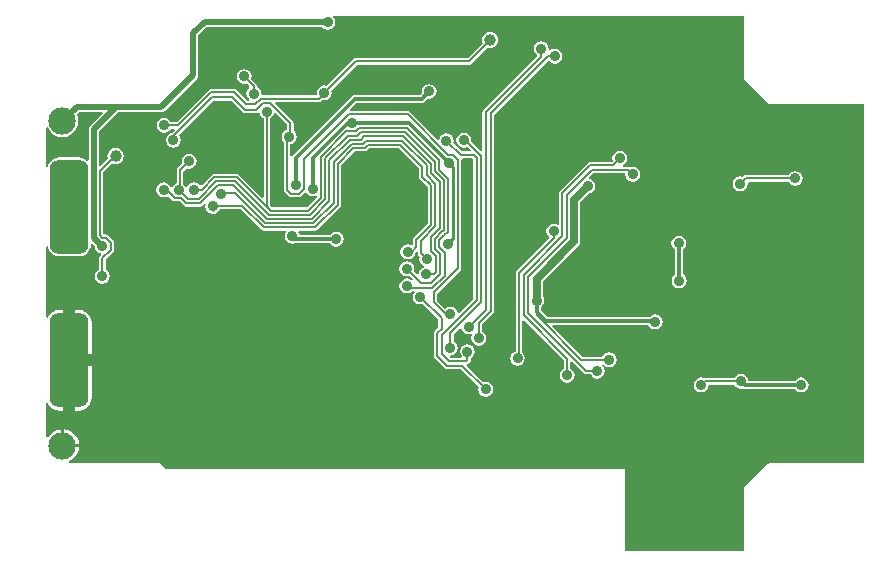
<source format=gbl>
G04 Layer_Physical_Order=2*
G04 Layer_Color=16711680*
%FSLAX25Y25*%
%MOIN*%
G70*
G01*
G75*
%ADD11C,0.01000*%
%ADD93C,0.01900*%
%ADD96C,0.01200*%
%ADD97C,0.00700*%
%ADD100C,0.00800*%
%ADD106C,0.09100*%
G04:AMPARAMS|DCode=107|XSize=86.61mil|YSize=173.23mil|CornerRadius=4.33mil|HoleSize=0mil|Usage=FLASHONLY|Rotation=180.000|XOffset=0mil|YOffset=0mil|HoleType=Round|Shape=RoundedRectangle|*
%AMROUNDEDRECTD107*
21,1,0.08661,0.16457,0,0,180.0*
21,1,0.07795,0.17323,0,0,180.0*
1,1,0.00866,-0.03898,0.08228*
1,1,0.00866,0.03898,0.08228*
1,1,0.00866,0.03898,-0.08228*
1,1,0.00866,-0.03898,-0.08228*
%
%ADD107ROUNDEDRECTD107*%
G04:AMPARAMS|DCode=108|XSize=129.92mil|YSize=314.96mil|CornerRadius=32.48mil|HoleSize=0mil|Usage=FLASHONLY|Rotation=0.000|XOffset=0mil|YOffset=0mil|HoleType=Round|Shape=RoundedRectangle|*
%AMROUNDEDRECTD108*
21,1,0.12992,0.25000,0,0,0.0*
21,1,0.06496,0.31496,0,0,0.0*
1,1,0.06496,0.03248,-0.12500*
1,1,0.06496,-0.03248,-0.12500*
1,1,0.06496,-0.03248,0.12500*
1,1,0.06496,0.03248,0.12500*
%
%ADD108ROUNDEDRECTD108*%
%ADD109C,0.03500*%
%ADD110C,0.03940*%
%ADD111C,0.02559*%
G36*
X19777Y56656D02*
X15656Y52536D01*
X15292Y51990D01*
X15164Y51346D01*
Y41137D01*
X14664Y40983D01*
X13939Y41539D01*
X12979Y41937D01*
X11948Y42073D01*
X5452D01*
X4421Y41937D01*
X3461Y41539D01*
X2636Y40906D01*
X2003Y40082D01*
X1606Y39121D01*
X1571Y38855D01*
X1071Y38888D01*
Y51941D01*
X1571Y52040D01*
X1814Y51452D01*
X2656Y50356D01*
X3752Y49514D01*
X5029Y48985D01*
X6400Y48805D01*
X7771Y48985D01*
X9048Y49514D01*
X10144Y50356D01*
X10986Y51452D01*
X11515Y52729D01*
X11695Y54100D01*
X11515Y55471D01*
X11115Y56436D01*
X11797Y57118D01*
X19585D01*
X19777Y56656D01*
D02*
G37*
G36*
X233429Y68600D02*
X233511Y68190D01*
X233743Y67843D01*
X241543Y60043D01*
X241543Y60043D01*
X241890Y59811D01*
X242300Y59729D01*
X242300Y59729D01*
X273729D01*
Y-59729D01*
X242300D01*
X242300Y-59729D01*
X241890Y-59811D01*
X241543Y-60043D01*
X241543Y-60043D01*
X233743Y-67843D01*
X233511Y-68190D01*
X233429Y-68600D01*
Y-89229D01*
X194000D01*
Y-61900D01*
X41014D01*
X39157Y-60043D01*
X38810Y-59811D01*
X38400Y-59729D01*
X8619D01*
X8519Y-59229D01*
X9199Y-58948D01*
X10358Y-58058D01*
X11248Y-56899D01*
X11807Y-55549D01*
X11932Y-54600D01*
X6400D01*
Y-54100D01*
X5900D01*
Y-48568D01*
X4951Y-48693D01*
X3601Y-49252D01*
X2442Y-50142D01*
X1571Y-51277D01*
X1540Y-51279D01*
X1071Y-51016D01*
Y-39920D01*
X1571Y-39821D01*
X1741Y-40233D01*
X2422Y-41120D01*
X3310Y-41801D01*
X4343Y-42229D01*
X5452Y-42375D01*
X6700D01*
Y-25591D01*
Y-8806D01*
X5452D01*
X4343Y-8952D01*
X3310Y-9380D01*
X2422Y-10061D01*
X1741Y-10948D01*
X1571Y-11360D01*
X1071Y-11261D01*
Y0D01*
Y12293D01*
X1571Y12326D01*
X1606Y12060D01*
X2003Y11100D01*
X2636Y10275D01*
X3461Y9642D01*
X4421Y9244D01*
X5452Y9109D01*
X11948D01*
X12979Y9244D01*
X13939Y9642D01*
X14764Y10275D01*
X15397Y11100D01*
X15794Y12060D01*
X15929Y13084D01*
X16074Y13197D01*
X16392Y13329D01*
X17222Y12499D01*
X17202Y12400D01*
X17392Y11444D01*
X17934Y10634D01*
X18744Y10092D01*
X19135Y10014D01*
X19280Y9536D01*
X18907Y9163D01*
X18664Y8799D01*
X18578Y8370D01*
X18578Y8370D01*
Y4597D01*
X17934Y4166D01*
X17392Y3356D01*
X17202Y2400D01*
X17392Y1444D01*
X17934Y634D01*
X18744Y92D01*
X19700Y-98D01*
X20656Y92D01*
X21466Y634D01*
X22008Y1444D01*
X22198Y2400D01*
X22008Y3356D01*
X21466Y4166D01*
X20821Y4597D01*
Y7905D01*
X23343Y10426D01*
X23343Y10426D01*
X23586Y10790D01*
X23672Y11220D01*
X23672Y11220D01*
Y13580D01*
X23672Y13580D01*
X23586Y14010D01*
X23343Y14374D01*
X21674Y16043D01*
X21310Y16286D01*
X20880Y16372D01*
X20880Y16372D01*
X20214D01*
X20018Y16568D01*
Y37031D01*
X23037Y40051D01*
X23403Y39899D01*
X24100Y39807D01*
X24797Y39899D01*
X25447Y40168D01*
X26004Y40596D01*
X26432Y41153D01*
X26701Y41803D01*
X26793Y42500D01*
X26701Y43197D01*
X26432Y43846D01*
X26004Y44404D01*
X25447Y44832D01*
X24797Y45101D01*
X24100Y45193D01*
X23403Y45101D01*
X22753Y44832D01*
X22196Y44404D01*
X21768Y43846D01*
X21499Y43197D01*
X21407Y42500D01*
X21499Y41803D01*
X21533Y41719D01*
X18990Y39176D01*
X18528Y39368D01*
Y50649D01*
X24997Y57118D01*
X39392D01*
X40036Y57246D01*
X40581Y57610D01*
X51190Y68219D01*
X51554Y68765D01*
X51682Y69408D01*
Y82703D01*
X54597Y85618D01*
X92777D01*
X93034Y85234D01*
X93844Y84692D01*
X94800Y84502D01*
X95756Y84692D01*
X96566Y85234D01*
X97108Y86044D01*
X97298Y87000D01*
X97108Y87956D01*
X96591Y88729D01*
X96699Y89202D01*
X96707Y89229D01*
X233429D01*
Y68600D01*
D02*
G37*
%LPC*%
G36*
X16233Y-27591D02*
X10700D01*
Y-42375D01*
X11948D01*
X13057Y-42229D01*
X14090Y-41801D01*
X14978Y-41120D01*
X15659Y-40233D01*
X16087Y-39200D01*
X16233Y-38091D01*
Y-27591D01*
D02*
G37*
G36*
X211900Y15898D02*
X210944Y15708D01*
X210134Y15166D01*
X209592Y14356D01*
X209402Y13400D01*
X209592Y12444D01*
X210134Y11634D01*
X210575Y11339D01*
Y2894D01*
X210234Y2666D01*
X209692Y1856D01*
X209502Y900D01*
X209692Y-56D01*
X210234Y-866D01*
X211044Y-1408D01*
X212000Y-1598D01*
X212956Y-1408D01*
X213766Y-866D01*
X214308Y-56D01*
X214498Y900D01*
X214308Y1856D01*
X213766Y2666D01*
X213226Y3028D01*
Y11339D01*
X213666Y11634D01*
X214208Y12444D01*
X214398Y13400D01*
X214208Y14356D01*
X213666Y15166D01*
X212856Y15708D01*
X211900Y15898D01*
D02*
G37*
G36*
X232600Y-30102D02*
X231644Y-30292D01*
X230834Y-30834D01*
X230403Y-31478D01*
X220500D01*
X220500Y-31478D01*
X220296Y-31519D01*
X220256Y-31492D01*
X219300Y-31302D01*
X218344Y-31492D01*
X217534Y-32034D01*
X216992Y-32844D01*
X216802Y-33800D01*
X216992Y-34756D01*
X217534Y-35566D01*
X218344Y-36108D01*
X219300Y-36298D01*
X220256Y-36108D01*
X221066Y-35566D01*
X221608Y-34756D01*
X221798Y-33800D01*
X221862Y-33722D01*
X230403D01*
X230834Y-34366D01*
X231644Y-34908D01*
X232600Y-35098D01*
X233219Y-34975D01*
X233293Y-35025D01*
X233800Y-35125D01*
X250539D01*
X250834Y-35566D01*
X251644Y-36108D01*
X252600Y-36298D01*
X253556Y-36108D01*
X254366Y-35566D01*
X254908Y-34756D01*
X255098Y-33800D01*
X254908Y-32844D01*
X254366Y-32034D01*
X253556Y-31492D01*
X252600Y-31302D01*
X251644Y-31492D01*
X250834Y-32034D01*
X250539Y-32474D01*
X235073D01*
X234908Y-31644D01*
X234366Y-30834D01*
X233556Y-30292D01*
X232600Y-30102D01*
D02*
G37*
G36*
X11948Y-8806D02*
X10700D01*
Y-23591D01*
X16233D01*
Y-13091D01*
X16087Y-11982D01*
X15659Y-10948D01*
X14978Y-10061D01*
X14090Y-9380D01*
X13057Y-8952D01*
X11948Y-8806D01*
D02*
G37*
G36*
X250671Y37498D02*
X249715Y37308D01*
X248905Y36766D01*
X248474Y36122D01*
X234100D01*
X234100Y36122D01*
X233671Y36036D01*
X233307Y35793D01*
X233307Y35793D01*
X233094Y35580D01*
X232334Y35732D01*
X231378Y35541D01*
X230567Y35000D01*
X230026Y34190D01*
X229836Y33234D01*
X230026Y32278D01*
X230567Y31467D01*
X231378Y30926D01*
X232334Y30736D01*
X233290Y30926D01*
X234100Y31467D01*
X234642Y32278D01*
X234832Y33234D01*
X234780Y33492D01*
X235098Y33878D01*
X248474D01*
X248905Y33234D01*
X249715Y32692D01*
X250671Y32502D01*
X251627Y32692D01*
X252438Y33234D01*
X252979Y34044D01*
X253169Y35000D01*
X252979Y35956D01*
X252438Y36766D01*
X251627Y37308D01*
X250671Y37498D01*
D02*
G37*
G36*
X149000Y83793D02*
X148303Y83701D01*
X147653Y83432D01*
X147096Y83004D01*
X146668Y82446D01*
X146399Y81797D01*
X146307Y81100D01*
X146399Y80403D01*
X146492Y80178D01*
X141435Y75122D01*
X104200D01*
X103771Y75036D01*
X103407Y74793D01*
X103407Y74793D01*
X94461Y65847D01*
X93700Y65998D01*
X92744Y65808D01*
X91934Y65266D01*
X91392Y64456D01*
X91202Y63500D01*
X91270Y63158D01*
X90953Y62772D01*
X73103D01*
X72692Y63269D01*
X72698Y63300D01*
X72508Y64256D01*
X71966Y65066D01*
X71271Y65531D01*
Y65800D01*
X71189Y66210D01*
X70957Y66557D01*
X70957Y66557D01*
X69335Y68179D01*
X69498Y69000D01*
X69308Y69956D01*
X68766Y70766D01*
X67956Y71308D01*
X67000Y71498D01*
X66044Y71308D01*
X65234Y70766D01*
X64692Y69956D01*
X64502Y69000D01*
X64692Y68044D01*
X65234Y67234D01*
X66044Y66692D01*
X67000Y66502D01*
X67821Y66665D01*
X68746Y65740D01*
X68697Y65242D01*
X68434Y65066D01*
X67892Y64256D01*
X67702Y63300D01*
X67892Y62344D01*
X68434Y61534D01*
X68565Y61446D01*
X68443Y60926D01*
X68129Y60885D01*
X64521Y64493D01*
X64157Y64736D01*
X63728Y64822D01*
X63728Y64822D01*
X55900D01*
X55900Y64822D01*
X55471Y64736D01*
X55107Y64493D01*
X44435Y53822D01*
X42497D01*
X42066Y54466D01*
X41256Y55008D01*
X40300Y55198D01*
X39344Y55008D01*
X38534Y54466D01*
X37992Y53656D01*
X37802Y52700D01*
X37992Y51744D01*
X38534Y50934D01*
X39344Y50392D01*
X40300Y50202D01*
X41256Y50392D01*
X42066Y50934D01*
X42497Y51578D01*
X43660D01*
X43852Y51117D01*
X42817Y50082D01*
X42444Y50008D01*
X41634Y49466D01*
X41092Y48656D01*
X40902Y47700D01*
X41092Y46744D01*
X41634Y45934D01*
X42444Y45392D01*
X43400Y45202D01*
X44356Y45392D01*
X45166Y45934D01*
X45708Y46744D01*
X45898Y47700D01*
X45708Y48656D01*
X45249Y49342D01*
X56886Y60978D01*
X62601D01*
X66472Y57107D01*
X66472Y57107D01*
X66836Y56864D01*
X67265Y56778D01*
X67265Y56778D01*
X71069D01*
X71070Y56778D01*
X71499Y56864D01*
X71570Y56911D01*
X72125Y56681D01*
X72192Y56344D01*
X72734Y55534D01*
X73429Y55069D01*
Y28818D01*
X72967Y28626D01*
X65337Y36257D01*
X64990Y36489D01*
X64580Y36571D01*
X57081D01*
X57080Y36571D01*
X56671Y36489D01*
X56323Y36257D01*
X52794Y32728D01*
X52150Y32791D01*
X51966Y33066D01*
X51156Y33608D01*
X50200Y33798D01*
X49244Y33608D01*
X48434Y33066D01*
X47944Y32334D01*
X47941Y32333D01*
X47595Y32296D01*
X47396Y32324D01*
X46966Y32966D01*
X46571Y33231D01*
Y37257D01*
X47779Y38465D01*
X48600Y38302D01*
X49556Y38492D01*
X50366Y39034D01*
X50908Y39844D01*
X51098Y40800D01*
X50908Y41756D01*
X50366Y42566D01*
X49556Y43108D01*
X48600Y43298D01*
X47644Y43108D01*
X46834Y42566D01*
X46292Y41756D01*
X46102Y40800D01*
X46265Y39979D01*
X44743Y38457D01*
X44511Y38110D01*
X44429Y37700D01*
Y33545D01*
X44244Y33508D01*
X43434Y32966D01*
X42912Y32185D01*
X42679Y32156D01*
X42621D01*
X42388Y32185D01*
X41866Y32966D01*
X41056Y33508D01*
X40100Y33698D01*
X39144Y33508D01*
X38334Y32966D01*
X37792Y32156D01*
X37602Y31200D01*
X37792Y30244D01*
X38334Y29434D01*
X39144Y28892D01*
X40100Y28702D01*
X41056Y28892D01*
X41642Y29284D01*
X43283Y27643D01*
X43630Y27411D01*
X44040Y27329D01*
X44040Y27329D01*
X45557D01*
X46943Y25943D01*
X47290Y25711D01*
X47700Y25629D01*
X52240D01*
X52650Y25711D01*
X52997Y25943D01*
X53675Y26621D01*
X54136Y26375D01*
X54002Y25700D01*
X54192Y24744D01*
X54734Y23934D01*
X55544Y23392D01*
X56292Y23243D01*
X56490Y23111D01*
X56900Y23029D01*
X57310Y23111D01*
X57657Y23343D01*
X57879Y23674D01*
X58266Y23934D01*
X58808Y24744D01*
X58821Y24810D01*
X65837D01*
X72703Y17943D01*
X73051Y17711D01*
X73460Y17629D01*
X80791D01*
X81059Y17129D01*
X80742Y16656D01*
X80552Y15700D01*
X80742Y14744D01*
X81284Y13934D01*
X82094Y13392D01*
X83050Y13202D01*
X84006Y13392D01*
X84129Y13475D01*
X95639D01*
X95934Y13034D01*
X96744Y12492D01*
X97700Y12302D01*
X98656Y12492D01*
X99466Y13034D01*
X100008Y13844D01*
X100198Y14800D01*
X100008Y15756D01*
X99466Y16566D01*
X98656Y17108D01*
X97700Y17298D01*
X96744Y17108D01*
X95934Y16566D01*
X95639Y16126D01*
X85463D01*
X85358Y16656D01*
X85041Y17129D01*
X85309Y17629D01*
X90620D01*
X91029Y17711D01*
X91377Y17943D01*
X98957Y25523D01*
X99189Y25871D01*
X99271Y26280D01*
Y39503D01*
X103797Y44029D01*
X107150D01*
X107560Y44111D01*
X107907Y44343D01*
X108743Y45179D01*
X118449D01*
X125329Y38299D01*
Y35580D01*
X125411Y35171D01*
X125643Y34823D01*
X128229Y32237D01*
Y20023D01*
X123543Y15336D01*
X123311Y14989D01*
X123229Y14579D01*
Y12892D01*
X122729Y12625D01*
X122456Y12808D01*
X121500Y12998D01*
X120544Y12808D01*
X119734Y12266D01*
X119192Y11456D01*
X119002Y10500D01*
X119192Y9544D01*
X119734Y8734D01*
X120544Y8192D01*
X121500Y8002D01*
X122456Y8192D01*
X123266Y8734D01*
X123808Y9544D01*
X123919Y10106D01*
X124468Y10654D01*
X124929Y10462D01*
Y10000D01*
X125011Y9590D01*
X125243Y9243D01*
X125565Y8921D01*
X125402Y8100D01*
X125592Y7144D01*
X126134Y6334D01*
X126846Y5858D01*
X126831Y5453D01*
X126793Y5337D01*
X126644Y5308D01*
X125834Y4766D01*
X125292Y3956D01*
X125138Y3183D01*
X124635Y2979D01*
X123535Y4079D01*
X123698Y4900D01*
X123508Y5856D01*
X122966Y6666D01*
X122156Y7208D01*
X121200Y7398D01*
X120244Y7208D01*
X119434Y6666D01*
X118892Y5856D01*
X118702Y4900D01*
X118892Y3944D01*
X119434Y3134D01*
X120244Y2592D01*
X121200Y2402D01*
X122021Y2565D01*
X123108Y1478D01*
X123121Y1461D01*
X122804Y1075D01*
X122724Y1128D01*
X122156Y1508D01*
X121200Y1698D01*
X120244Y1508D01*
X119434Y966D01*
X118892Y156D01*
X118702Y-800D01*
X118892Y-1756D01*
X119434Y-2566D01*
X120244Y-3108D01*
X121200Y-3298D01*
X122156Y-3108D01*
X122966Y-2566D01*
X123030Y-2471D01*
X123508D01*
X123775Y-2971D01*
X123392Y-3544D01*
X123202Y-4500D01*
X123392Y-5456D01*
X123934Y-6266D01*
X124744Y-6808D01*
X125700Y-6998D01*
X126461Y-6847D01*
X131728Y-12115D01*
Y-14612D01*
X130557Y-15784D01*
X130314Y-16148D01*
X130228Y-16577D01*
X130228Y-16577D01*
Y-24250D01*
X130228Y-24250D01*
X130314Y-24679D01*
X130557Y-25043D01*
X133807Y-28293D01*
X133807Y-28293D01*
X134171Y-28536D01*
X134600Y-28622D01*
X139242D01*
X145153Y-34533D01*
X145002Y-35293D01*
X145192Y-36249D01*
X145734Y-37060D01*
X146544Y-37601D01*
X147500Y-37791D01*
X148456Y-37601D01*
X149266Y-37060D01*
X149808Y-36249D01*
X149998Y-35293D01*
X149808Y-34337D01*
X149266Y-33527D01*
X148456Y-32985D01*
X147500Y-32795D01*
X146739Y-32947D01*
X141237Y-27444D01*
X141402Y-26902D01*
X141479Y-26886D01*
X141843Y-26643D01*
X142193Y-26293D01*
X142193Y-26293D01*
X142436Y-25929D01*
X142522Y-25500D01*
Y-24897D01*
X143166Y-24466D01*
X143708Y-23656D01*
X143898Y-22700D01*
X143708Y-21744D01*
X143166Y-20934D01*
X142356Y-20392D01*
X141400Y-20202D01*
X140444Y-20392D01*
X139634Y-20934D01*
X139092Y-21744D01*
X138902Y-22700D01*
X139092Y-23656D01*
X139475Y-24228D01*
X139207Y-24728D01*
X135779D01*
X135589Y-24486D01*
X135637Y-24276D01*
X135788Y-23981D01*
X136656Y-23808D01*
X137466Y-23266D01*
X138008Y-22456D01*
X138198Y-21500D01*
X138008Y-20544D01*
X137466Y-19734D01*
X136822Y-19303D01*
Y-16934D01*
X138936Y-14820D01*
X139414Y-14965D01*
X139492Y-15356D01*
X140034Y-16166D01*
X140844Y-16708D01*
X141800Y-16898D01*
X142710Y-16717D01*
X142833Y-16817D01*
X143044Y-17117D01*
X142892Y-17344D01*
X142702Y-18300D01*
X142892Y-19256D01*
X143434Y-20066D01*
X144244Y-20608D01*
X145200Y-20798D01*
X146156Y-20608D01*
X146966Y-20066D01*
X147508Y-19256D01*
X147698Y-18300D01*
X147508Y-17344D01*
X146966Y-16534D01*
X146322Y-16103D01*
Y-13634D01*
X149993Y-9963D01*
X149993Y-9963D01*
X150236Y-9599D01*
X150322Y-9170D01*
Y56235D01*
X168209Y74123D01*
X168707Y74074D01*
X168734Y74034D01*
X169544Y73492D01*
X170500Y73302D01*
X171456Y73492D01*
X172266Y74034D01*
X172808Y74844D01*
X172998Y75800D01*
X172808Y76756D01*
X172266Y77566D01*
X171456Y78108D01*
X170500Y78298D01*
X169544Y78108D01*
X168881Y77665D01*
X168426Y77937D01*
X168498Y78300D01*
X168308Y79256D01*
X167766Y80066D01*
X166956Y80608D01*
X166000Y80798D01*
X165044Y80608D01*
X164234Y80066D01*
X163692Y79256D01*
X163502Y78300D01*
X163692Y77344D01*
X164234Y76534D01*
X164465Y76379D01*
X164528Y75735D01*
X146707Y57914D01*
X146464Y57551D01*
X146378Y57121D01*
X146378Y57121D01*
Y44382D01*
X145916Y44191D01*
X142633Y47474D01*
X142698Y47800D01*
X142508Y48756D01*
X141966Y49566D01*
X141156Y50108D01*
X140200Y50298D01*
X139244Y50108D01*
X138434Y49566D01*
X137892Y48756D01*
X137702Y47800D01*
X137892Y46844D01*
X138434Y46034D01*
X139244Y45492D01*
X140200Y45302D01*
X141156Y45492D01*
X141328Y45607D01*
X142452Y44484D01*
X142260Y44022D01*
X139565D01*
X136747Y46839D01*
X136898Y47600D01*
X136708Y48556D01*
X136166Y49366D01*
X135356Y49908D01*
X134400Y50098D01*
X133444Y49908D01*
X132634Y49366D01*
X132092Y48556D01*
X132000Y48093D01*
X131457Y47929D01*
X122243Y57143D01*
X121879Y57386D01*
X121450Y57472D01*
X121450Y57472D01*
X102353D01*
X102146Y57972D01*
X104392Y60218D01*
X126143D01*
X126651Y60319D01*
X127081Y60606D01*
X128080Y61605D01*
X128600Y61502D01*
X129556Y61692D01*
X130366Y62234D01*
X130908Y63044D01*
X131098Y64000D01*
X130908Y64956D01*
X130366Y65766D01*
X129556Y66308D01*
X128600Y66498D01*
X127644Y66308D01*
X126834Y65766D01*
X126292Y64956D01*
X126102Y64000D01*
X126205Y63480D01*
X125594Y62869D01*
X103843D01*
X103336Y62768D01*
X102906Y62481D01*
X83163Y42737D01*
X82875Y42307D01*
X82872Y42288D01*
X82372Y42337D01*
Y46476D01*
X82956Y46592D01*
X83766Y47134D01*
X84308Y47944D01*
X84498Y48900D01*
X84308Y49856D01*
X83766Y50666D01*
X83452Y50876D01*
Y53500D01*
X83452Y53500D01*
X83367Y53929D01*
X83124Y54293D01*
X77350Y60066D01*
X77542Y60528D01*
X91850D01*
X91850Y60528D01*
X92279Y60614D01*
X92643Y60857D01*
X92939Y61153D01*
X93700Y61002D01*
X94656Y61192D01*
X95466Y61734D01*
X96008Y62544D01*
X96198Y63500D01*
X96047Y64261D01*
X104665Y72878D01*
X141900D01*
X141900Y72878D01*
X142329Y72964D01*
X142693Y73207D01*
X148078Y78592D01*
X148303Y78499D01*
X149000Y78407D01*
X149697Y78499D01*
X150347Y78768D01*
X150904Y79196D01*
X151332Y79754D01*
X151601Y80403D01*
X151693Y81100D01*
X151601Y81797D01*
X151332Y82446D01*
X150904Y83004D01*
X150347Y83432D01*
X149697Y83701D01*
X149000Y83793D01*
D02*
G37*
G36*
X6900Y-48568D02*
Y-53600D01*
X11932D01*
X11807Y-52651D01*
X11248Y-51301D01*
X10358Y-50142D01*
X9199Y-49252D01*
X7849Y-48693D01*
X6900Y-48568D01*
D02*
G37*
G36*
X192200Y44198D02*
X191244Y44008D01*
X190434Y43466D01*
X189892Y42656D01*
X189702Y41700D01*
X189853Y40939D01*
X189435Y40522D01*
X182248D01*
X181819Y40436D01*
X181455Y40193D01*
X181455Y40193D01*
X172227Y30965D01*
X171984Y30602D01*
X171899Y30172D01*
X171899Y30172D01*
Y19742D01*
X171458Y19506D01*
X171156Y19708D01*
X170200Y19898D01*
X169244Y19708D01*
X168434Y19166D01*
X167892Y18356D01*
X167702Y17400D01*
X167892Y16444D01*
X168434Y15634D01*
X168508Y15584D01*
X168557Y15086D01*
X157807Y4336D01*
X157564Y3972D01*
X157478Y3543D01*
X157478Y3543D01*
Y-22626D01*
X157144Y-22692D01*
X156334Y-23234D01*
X155792Y-24044D01*
X155602Y-25000D01*
X155792Y-25956D01*
X156334Y-26766D01*
X157144Y-27308D01*
X158100Y-27498D01*
X159056Y-27308D01*
X159866Y-26766D01*
X160408Y-25956D01*
X160598Y-25000D01*
X160408Y-24044D01*
X159866Y-23234D01*
X159722Y-23137D01*
Y-12376D01*
X160184Y-12184D01*
X173509Y-25510D01*
Y-28353D01*
X172864Y-28784D01*
X172322Y-29594D01*
X172132Y-30550D01*
X172322Y-31506D01*
X172864Y-32316D01*
X173674Y-32858D01*
X174630Y-33048D01*
X175586Y-32858D01*
X176397Y-32316D01*
X176938Y-31506D01*
X177128Y-30550D01*
X176938Y-29594D01*
X176397Y-28784D01*
X175752Y-28353D01*
Y-26285D01*
X176214Y-26093D01*
X180113Y-29993D01*
X180114Y-29993D01*
X180477Y-30236D01*
X180907Y-30322D01*
X182503D01*
X182934Y-30966D01*
X183744Y-31508D01*
X184700Y-31698D01*
X185656Y-31508D01*
X186466Y-30966D01*
X187008Y-30156D01*
X187198Y-29200D01*
X187008Y-28244D01*
X186466Y-27434D01*
X186287Y-27314D01*
X186426Y-26805D01*
X186682Y-26790D01*
X186934Y-27166D01*
X187744Y-27708D01*
X188700Y-27898D01*
X189656Y-27708D01*
X190466Y-27166D01*
X191008Y-26356D01*
X191198Y-25400D01*
X191008Y-24444D01*
X190466Y-23634D01*
X189656Y-23092D01*
X188700Y-22902D01*
X187744Y-23092D01*
X186934Y-23634D01*
X186412Y-24415D01*
X179829D01*
X169702Y-14287D01*
X169893Y-13826D01*
X201739D01*
X202234Y-14566D01*
X203044Y-15108D01*
X204000Y-15298D01*
X204956Y-15108D01*
X205766Y-14566D01*
X206308Y-13756D01*
X206498Y-12800D01*
X206308Y-11844D01*
X205766Y-11034D01*
X204956Y-10492D01*
X204000Y-10302D01*
X203044Y-10492D01*
X202234Y-11034D01*
X202139Y-11174D01*
X168121D01*
X165825Y-8879D01*
Y-7761D01*
X166266Y-7466D01*
X166808Y-6656D01*
X166998Y-5700D01*
X166808Y-4744D01*
X166518Y-4311D01*
Y764D01*
X178357Y12602D01*
X178794Y13257D01*
X178948Y14029D01*
Y20188D01*
X178918Y20336D01*
Y27064D01*
X181945Y30090D01*
X182456Y30192D01*
X183266Y30734D01*
X183808Y31544D01*
X183998Y32500D01*
X183808Y33456D01*
X183266Y34266D01*
X182456Y34808D01*
X182065Y34886D01*
X181920Y35364D01*
X183249Y36694D01*
X193761D01*
X194002Y36400D01*
X194192Y35444D01*
X194734Y34634D01*
X195544Y34092D01*
X196500Y33902D01*
X197456Y34092D01*
X198266Y34634D01*
X198808Y35444D01*
X198998Y36400D01*
X198808Y37356D01*
X198266Y38166D01*
X197456Y38708D01*
X196500Y38898D01*
X195686Y38736D01*
X195514Y38851D01*
X195085Y38937D01*
X195085Y38937D01*
X193306D01*
X193229Y39170D01*
X193223Y39437D01*
X193966Y39934D01*
X194508Y40744D01*
X194698Y41700D01*
X194508Y42656D01*
X193966Y43466D01*
X193156Y44008D01*
X192200Y44198D01*
D02*
G37*
%LPD*%
G36*
X81209Y53035D02*
Y51241D01*
X81044Y51208D01*
X80234Y50666D01*
X79692Y49856D01*
X79502Y48900D01*
X79692Y47944D01*
X80128Y47291D01*
Y31319D01*
X80128Y31319D01*
X80214Y30890D01*
X80457Y30526D01*
X81926Y29057D01*
X81926Y29057D01*
X82290Y28814D01*
X82719Y28728D01*
X82720Y28728D01*
X85280D01*
X85281Y28728D01*
X85710Y28814D01*
X86074Y29057D01*
X87281Y30264D01*
X87779Y30215D01*
X88034Y29834D01*
X88844Y29292D01*
X89800Y29102D01*
X90756Y29292D01*
X90762Y29296D01*
X91295Y29051D01*
X91321Y28835D01*
X87857Y25371D01*
X76223D01*
X75915Y25679D01*
X75889Y25810D01*
X75657Y26157D01*
X75571Y26243D01*
Y55069D01*
X76266Y55534D01*
X76808Y56344D01*
X76886Y56735D01*
X77364Y56880D01*
X81209Y53035D01*
D02*
G37*
G36*
X143378Y41435D02*
Y-5084D01*
X138634Y-9828D01*
X138091Y-9664D01*
X138008Y-9244D01*
X137466Y-8434D01*
X136656Y-7892D01*
X135700Y-7702D01*
X134744Y-7892D01*
X133985Y-8399D01*
X131422Y-5835D01*
Y-3365D01*
X139093Y4307D01*
X139093Y4307D01*
X139336Y4671D01*
X139422Y5100D01*
X139422Y5100D01*
Y41200D01*
X139406Y41278D01*
X139792Y41778D01*
X143035D01*
X143378Y41435D01*
D02*
G37*
D11*
X135300Y40000D02*
X136600Y38700D01*
Y14900D02*
Y38700D01*
D93*
X53900Y87300D02*
X94800D01*
X16846Y15254D02*
X19700Y12400D01*
X16846Y15254D02*
Y51346D01*
X50000Y83400D02*
X53900Y87300D01*
X50000Y69408D02*
Y83400D01*
X16846Y51346D02*
X24300Y58800D01*
X6400Y54100D02*
X11100Y58800D01*
X24300D01*
X39392D02*
X50000Y69408D01*
X24300Y58800D02*
X39392D01*
D96*
X167572Y-12500D02*
X204000D01*
X84100Y32700D02*
Y41800D01*
X89800Y31600D02*
Y41800D01*
X211900Y900D02*
Y13400D01*
X126143Y61543D02*
X128600Y64000D01*
X164500Y-9428D02*
X167572Y-12500D01*
X164500Y-9428D02*
Y-5700D01*
X84100Y41800D02*
X103843Y61543D01*
X135300Y40000D02*
Y40096D01*
X121896Y53500D02*
X135300Y40096D01*
X103000Y53500D02*
X121896D01*
X103843Y61543D02*
X126143D01*
X134900Y13200D02*
X136600Y14900D01*
X232600Y-32600D02*
X233800Y-33800D01*
X252600D01*
X101500Y53500D02*
X103000D01*
X89800Y41800D02*
X101500Y53500D01*
X83100Y14800D02*
X97700D01*
X134800Y13200D02*
X134900D01*
D97*
X45500Y31500D02*
Y37700D01*
X48600Y40800D01*
X88300Y24300D02*
X92600Y28600D01*
X75780Y24300D02*
X88300D01*
X75200Y22900D02*
X88880D01*
X73460Y18700D02*
X90620D01*
X66280Y25880D02*
X73460Y18700D01*
X92600Y28600D02*
Y42266D01*
X94000Y28020D02*
Y41686D01*
X95400Y27440D02*
Y41106D01*
X96800Y26860D02*
Y40527D01*
X98200Y26280D02*
Y39947D01*
X74620Y21500D02*
X89460D01*
X74040Y20100D02*
X90040D01*
X90620Y18700D02*
X98200Y26280D01*
X90040Y20100D02*
X96800Y26860D01*
X89460Y21500D02*
X95400Y27440D01*
X88880Y22900D02*
X94000Y28020D01*
X122800Y10500D02*
X124300Y12000D01*
X121500Y10500D02*
X122800D01*
X129270Y100D02*
X132400Y3230D01*
X126000Y100D02*
X129270D01*
X133800Y2651D02*
Y10240D01*
X133740Y16000D02*
X134950Y17210D01*
X129749Y-1400D02*
X133800Y2651D01*
X133160Y17400D02*
X133550Y17790D01*
X70200Y63300D02*
Y65800D01*
X67000Y69000D02*
X70200Y65800D01*
X98200Y39947D02*
X103353Y45100D01*
X96800Y40527D02*
X102773Y46500D01*
X95400Y41106D02*
X102194Y47900D01*
X94000Y41686D02*
X101614Y49300D01*
X92600Y42266D02*
X101034Y50700D01*
X130100Y3000D02*
X131000Y3900D01*
X127600Y3000D02*
X130100D01*
X132000Y37900D02*
Y41062D01*
X121212Y51850D02*
X132000Y41062D01*
X130600Y37320D02*
Y40483D01*
X129200Y36740D02*
Y39903D01*
X120053Y49050D02*
X129200Y39903D01*
X127800Y36160D02*
Y39323D01*
X119473Y47650D02*
X127800Y39323D01*
X126400Y35580D02*
Y38743D01*
X118893Y46250D02*
X126400Y38743D01*
X132000Y37900D02*
X134950Y34950D01*
X130600Y37320D02*
X133550Y34370D01*
X129200Y36740D02*
X132150Y33790D01*
X127800Y36160D02*
X130750Y33210D01*
X126400Y35580D02*
X129300Y32680D01*
X134950Y17210D02*
Y34950D01*
X133550Y17790D02*
Y34370D01*
X108300Y46250D02*
X118893D01*
X107580Y47650D02*
X119473D01*
X107000Y49050D02*
X120053D01*
X105310Y51850D02*
X121212D01*
X121800Y-1400D02*
X129749D01*
X121200Y-800D02*
X121800Y-1400D01*
X104160Y50700D02*
X105310Y51850D01*
X101034Y50700D02*
X104160D01*
X101614Y49300D02*
X104740D01*
X105850Y47900D02*
X107000Y49050D01*
X102194Y47900D02*
X105850D01*
X106430Y46500D02*
X107580Y47650D01*
X102773Y46500D02*
X106430D01*
X107150Y45100D02*
X108300Y46250D01*
X103353Y45100D02*
X107150D01*
X57080Y35500D02*
X64580D01*
X52880Y31300D02*
X57080Y35500D01*
X58240Y32700D02*
X63420D01*
X74620Y21500D01*
X64000Y34100D02*
X75200Y22900D01*
X64580Y35500D02*
X75780Y24300D01*
X56900Y25880D02*
X66280D01*
X57660Y34100D02*
X64000D01*
X48200Y28200D02*
X51760D01*
X57660Y34100D01*
X45200Y31200D02*
X45500Y31500D01*
X50200Y31300D02*
X52880D01*
X45200Y31200D02*
X48200Y28200D01*
X52240Y26700D02*
X58240Y32700D01*
X47700Y26700D02*
X52240D01*
X44040Y28400D02*
X46000D01*
X47700Y26700D01*
X40100Y31200D02*
X41240D01*
X44040Y28400D01*
X56500Y24500D02*
X56900Y24100D01*
X56500Y24500D02*
Y25700D01*
X59625Y30125D02*
X64015D01*
X74040Y20100D01*
X59400Y29900D02*
X59625Y30125D01*
X74500Y25800D02*
X74900Y25400D01*
X74500Y25800D02*
Y57300D01*
X124300Y12000D02*
Y14579D01*
X133060Y17400D02*
X133160D01*
X133640Y16000D02*
X133740D01*
X126000Y10000D02*
Y14299D01*
X124300Y14579D02*
X129300Y19579D01*
Y32680D01*
X130750Y19049D02*
Y33210D01*
X126000Y14299D02*
X130750Y19049D01*
X121200Y4900D02*
X126000Y100D01*
Y10000D02*
X127900Y8100D01*
X131000Y3900D02*
Y9080D01*
X129200Y10880D02*
X131000Y9080D01*
X129200Y10880D02*
Y15520D01*
X132150Y18470D01*
Y33790D01*
X130600Y14940D02*
X133060Y17400D01*
X130600Y11460D02*
Y14940D01*
Y11460D02*
X132400Y9660D01*
Y3230D02*
Y9660D01*
X132000Y12040D02*
X133800Y10240D01*
X132000Y12040D02*
Y14360D01*
X133640Y16000D01*
X120633Y50450D02*
X130600Y40483D01*
X104740Y49300D02*
X105890Y50450D01*
X120633D01*
D100*
X18896Y37496D02*
X24100Y42700D01*
X81250Y48750D02*
X82000Y49500D01*
X141400Y-25500D02*
Y-22700D01*
X135700Y-21500D02*
Y-16469D01*
X132850Y-23450D02*
X135250Y-25850D01*
X132850Y-23450D02*
Y-17198D01*
X131350Y-24250D02*
Y-16577D01*
X141050Y-25850D02*
X141400Y-25500D01*
X131350Y-16577D02*
X132850Y-15077D01*
X131350Y-24250D02*
X134600Y-27500D01*
X132850Y-17198D02*
X144500Y-5548D01*
X135700Y-16469D02*
X146000Y-6169D01*
X135250Y-25850D02*
X141050D01*
X145200Y-18300D02*
Y-13170D01*
X158100Y-25000D02*
X158600Y-24500D01*
Y3543D01*
X18896Y16103D02*
Y37496D01*
Y16103D02*
X19749Y15250D01*
X20880D01*
X22550Y13580D01*
Y11220D02*
Y13580D01*
X19700Y8370D02*
X22550Y11220D01*
X19700Y2400D02*
Y8370D01*
X140200Y47800D02*
X140721D01*
X168300Y75800D02*
X170500D01*
X166000Y75621D02*
Y78300D01*
X86950Y31519D02*
Y41480D01*
X85281Y29850D02*
X86950Y31519D01*
X82719Y29850D02*
X85281D01*
X130300Y-2900D02*
X138300Y5100D01*
Y41200D01*
X63065Y62100D02*
X67265Y57900D01*
X63728Y63700D02*
X67728Y59700D01*
X149200Y56700D02*
X168300Y75800D01*
X147500Y57121D02*
X166000Y75621D01*
X141900Y74000D02*
X149000Y81100D01*
X104200Y74000D02*
X141900D01*
X179364Y-25536D02*
X188564D01*
X174630Y-30550D02*
Y-25045D01*
X189900Y39400D02*
X192200Y41700D01*
X182248Y39400D02*
X189900D01*
X182785Y37815D02*
X195085D01*
X86950Y41480D02*
X101820Y56350D01*
X145200Y-13170D02*
X149200Y-9170D01*
X140721Y47800D02*
X146000Y42521D01*
Y-6169D02*
Y42521D01*
X143500Y42900D02*
X144500Y41900D01*
X134400Y47600D02*
X139100Y42900D01*
X143500D01*
X136650Y42850D02*
X138300Y41200D01*
X134950Y42850D02*
X136650D01*
X121450Y56350D02*
X134950Y42850D01*
X101820Y56350D02*
X121450D01*
X130300Y-6300D02*
Y-2900D01*
Y-6300D02*
X134200Y-10200D01*
X135700D01*
X141800Y-14400D02*
X147500Y-8700D01*
X132850Y-15077D02*
Y-11650D01*
X125700Y-4500D02*
X132850Y-11650D01*
X220500Y-32600D02*
X232600D01*
X219300Y-33800D02*
X220500Y-32600D01*
X232334Y33234D02*
X234100Y35000D01*
X250671D01*
X147500Y-8700D02*
Y57121D01*
X149200Y-9170D02*
Y56700D01*
X81250Y31319D02*
Y48750D01*
X139707Y-27500D02*
X147500Y-35293D01*
X134600Y-27500D02*
X139707D01*
X144500Y-5548D02*
Y41900D01*
X180907Y-29200D02*
X184700D01*
X195085Y37815D02*
X196500Y36400D01*
X164500Y-10672D02*
Y-9428D01*
X160100Y-10515D02*
X174630Y-25045D01*
X161600Y-9893D02*
X180907Y-29200D01*
X164500Y-10672D02*
X179364Y-25536D01*
X81250Y31319D02*
X82719Y29850D01*
X93700Y63500D02*
X104200Y74000D01*
X24100Y42500D02*
Y42700D01*
X82000Y48900D02*
Y49500D01*
Y48900D02*
X82331Y49231D01*
Y53500D01*
X82000Y49500D02*
X82100Y49600D01*
X73320Y60150D02*
X75681D01*
X67728Y59700D02*
X70748D01*
X72698Y61650D01*
X91850D01*
X67265Y57900D02*
X71070D01*
X73320Y60150D01*
X75681D02*
X82331Y53500D01*
X91850Y61650D02*
X93700Y63500D01*
X174521Y29551D02*
X182785Y37815D01*
X161600Y-9893D02*
Y2300D01*
X160100Y-10515D02*
Y2921D01*
X173021Y30172D02*
X182248Y39400D01*
X173021Y18610D02*
X173050Y18580D01*
X173021Y18610D02*
Y30172D01*
X174521Y19231D02*
X174550Y19202D01*
X174521Y19231D02*
Y29551D01*
X174550Y15250D02*
Y19202D01*
X173050Y15871D02*
Y18580D01*
X160100Y2921D02*
X173050Y15871D01*
X161600Y2300D02*
X174550Y15250D01*
X170200Y15143D02*
Y17400D01*
X158600Y3543D02*
X170200Y15143D01*
X55900Y63700D02*
X63728D01*
X56421Y62100D02*
X63065D01*
X43400Y49079D02*
X56421Y62100D01*
X40300Y52700D02*
X44900D01*
X55900Y63700D01*
X43400Y47700D02*
Y49079D01*
D106*
X6400Y54100D02*
D03*
Y-54100D02*
D03*
D107*
X228836Y80513D02*
D03*
X208364D02*
D03*
Y-80513D02*
D03*
X228836D02*
D03*
D108*
X8700Y-25591D02*
D03*
Y25591D02*
D03*
D109*
X141400Y-22700D02*
D03*
X135700Y-21500D02*
D03*
X145200Y-18300D02*
D03*
X152791Y-23010D02*
D03*
X158100Y-25000D02*
D03*
X19700Y2400D02*
D03*
X14500Y54900D02*
D03*
X28700Y40100D02*
D03*
X88000Y74400D02*
D03*
X140200Y47800D02*
D03*
X170500Y75800D02*
D03*
X166000Y78300D02*
D03*
X84100Y32700D02*
D03*
X89800Y31600D02*
D03*
X86300Y27100D02*
D03*
X19700Y12400D02*
D03*
X83050Y15700D02*
D03*
X79600Y27700D02*
D03*
X77700Y15500D02*
D03*
X121500Y10500D02*
D03*
X165300Y18800D02*
D03*
X141400Y29400D02*
D03*
X62000Y69000D02*
D03*
X70200Y63300D02*
D03*
X59200Y46532D02*
D03*
X56416Y49316D02*
D03*
X53632Y52100D02*
D03*
X59200Y52100D02*
D03*
X56416Y54884D02*
D03*
X64768Y52100D02*
D03*
X61984Y54884D02*
D03*
X59200Y57668D02*
D03*
X61984Y49316D02*
D03*
X67000Y69000D02*
D03*
X106200Y69900D02*
D03*
X160300Y60900D02*
D03*
X151000Y70700D02*
D03*
X197800Y71300D02*
D03*
X143700Y81700D02*
D03*
X107400Y79100D02*
D03*
X128600Y64000D02*
D03*
X212000Y900D02*
D03*
X204000Y-12800D02*
D03*
X192200Y41700D02*
D03*
X164500Y-5700D02*
D03*
X88200Y50500D02*
D03*
X135300Y40000D02*
D03*
X134400Y47600D02*
D03*
X127600Y3000D02*
D03*
X152780Y24295D02*
D03*
X134400Y-4000D02*
D03*
X135700Y-10200D02*
D03*
X141800Y-14400D02*
D03*
X121200Y-800D02*
D03*
X125700Y-4500D02*
D03*
X188700Y-25400D02*
D03*
X252600Y-33800D02*
D03*
X250671Y35000D02*
D03*
X232600Y-32600D02*
D03*
X147500Y-35293D02*
D03*
X211900Y13400D02*
D03*
X152800Y617D02*
D03*
X152800Y51200D02*
D03*
X169300Y47300D02*
D03*
X174630Y-30550D02*
D03*
X97700Y14800D02*
D03*
X181031Y51185D02*
D03*
X204661Y51207D02*
D03*
X228275D02*
D03*
X255200Y51100D02*
D03*
X255175Y24348D02*
D03*
X255194Y670D02*
D03*
X255186Y-22957D02*
D03*
X254900Y-51000D02*
D03*
X228268Y-51196D02*
D03*
X204653D02*
D03*
X153000Y-51000D02*
D03*
X181023Y-51218D02*
D03*
X103000Y53500D02*
D03*
X184700Y-29200D02*
D03*
X181500Y32500D02*
D03*
X232334Y33234D02*
D03*
X196500Y36400D02*
D03*
X219300Y-33800D02*
D03*
X213200Y-68400D02*
D03*
X194700Y17000D02*
D03*
X167100Y-31300D02*
D03*
X210100Y-12600D02*
D03*
X199600Y-6500D02*
D03*
X121654Y22575D02*
D03*
Y26905D02*
D03*
Y31236D02*
D03*
Y35567D02*
D03*
X117323D02*
D03*
Y31236D02*
D03*
Y26905D02*
D03*
Y22575D02*
D03*
X112993D02*
D03*
Y26905D02*
D03*
Y31236D02*
D03*
Y35567D02*
D03*
X108662D02*
D03*
Y31236D02*
D03*
Y26905D02*
D03*
Y22575D02*
D03*
X238300Y18700D02*
D03*
X247200Y5500D02*
D03*
X226500Y32100D02*
D03*
X219500D02*
D03*
X213000Y26300D02*
D03*
X200000Y26400D02*
D03*
X213000Y31400D02*
D03*
X206100D02*
D03*
X200000D02*
D03*
X226400Y-400D02*
D03*
X231900Y-2400D02*
D03*
X236800Y-5500D02*
D03*
X238300Y-11000D02*
D03*
X238600Y-17400D02*
D03*
X232000Y-8900D02*
D03*
X224400Y-8400D02*
D03*
X217900Y-8600D02*
D03*
X217800Y-3600D02*
D03*
X250200Y9700D02*
D03*
X253200Y13900D02*
D03*
X249800Y900D02*
D03*
X253600Y-11000D02*
D03*
X234300Y-27200D02*
D03*
X228300Y-28500D02*
D03*
X200000Y-23700D02*
D03*
X212400D02*
D03*
X249900Y-42000D02*
D03*
X246200Y-46000D02*
D03*
X222900Y-60200D02*
D03*
X214200D02*
D03*
X209700Y-63500D02*
D03*
X218700Y-57100D02*
D03*
X219100Y-46100D02*
D03*
X225100Y-46000D02*
D03*
X231100D02*
D03*
X237100Y-46200D02*
D03*
X174600Y-16300D02*
D03*
X222600Y60400D02*
D03*
X219800Y56200D02*
D03*
X215100Y59500D02*
D03*
X233900Y-63800D02*
D03*
X229400Y-67300D02*
D03*
X44100Y-58400D02*
D03*
X50100D02*
D03*
X56100D02*
D03*
X62100D02*
D03*
X68100D02*
D03*
X74100D02*
D03*
X80100D02*
D03*
X86100D02*
D03*
X92100D02*
D03*
X98100D02*
D03*
X117300Y-56900D02*
D03*
X123300D02*
D03*
X129300D02*
D03*
X135300D02*
D03*
X141300D02*
D03*
X147300D02*
D03*
X153300D02*
D03*
X159300D02*
D03*
X165300D02*
D03*
X111200Y-14900D02*
D03*
Y-20900D02*
D03*
Y-26900D02*
D03*
Y-32900D02*
D03*
Y-38900D02*
D03*
Y-44900D02*
D03*
Y-50900D02*
D03*
X117400Y-51000D02*
D03*
Y-45000D02*
D03*
Y-39000D02*
D03*
Y-33000D02*
D03*
Y-27000D02*
D03*
X92800Y-52000D02*
D03*
Y-46000D02*
D03*
Y-27400D02*
D03*
Y-21400D02*
D03*
X55100Y-21900D02*
D03*
Y-27900D02*
D03*
Y-33900D02*
D03*
Y-39900D02*
D03*
Y-45900D02*
D03*
Y-51900D02*
D03*
X99800Y-46000D02*
D03*
Y-52000D02*
D03*
X85100Y-21100D02*
D03*
X79100Y-21400D02*
D03*
X73100D02*
D03*
X61100Y-21100D02*
D03*
X67100Y-21400D02*
D03*
X92800Y-33400D02*
D03*
X49500Y-52300D02*
D03*
Y-46300D02*
D03*
X43900Y-52300D02*
D03*
Y-46300D02*
D03*
X99800Y-33200D02*
D03*
Y-20600D02*
D03*
X207300Y-56800D02*
D03*
X201300Y-56900D02*
D03*
X195300D02*
D03*
X189300D02*
D03*
X183300D02*
D03*
X177300D02*
D03*
X171300D02*
D03*
X213400Y67100D02*
D03*
X210400Y62800D02*
D03*
X238700Y-59900D02*
D03*
X242600Y-56100D02*
D03*
X228667Y68519D02*
D03*
X233226Y64550D02*
D03*
X242128Y56676D02*
D03*
X237900Y60500D02*
D03*
X262800Y-54000D02*
D03*
Y-48000D02*
D03*
Y-42000D02*
D03*
Y-36000D02*
D03*
Y-30000D02*
D03*
Y-24000D02*
D03*
Y-18000D02*
D03*
Y-12000D02*
D03*
Y-6000D02*
D03*
Y0D02*
D03*
Y6000D02*
D03*
Y12000D02*
D03*
Y18000D02*
D03*
Y24000D02*
D03*
Y30000D02*
D03*
Y36000D02*
D03*
Y42000D02*
D03*
Y48000D02*
D03*
Y54000D02*
D03*
X250300Y-57200D02*
D03*
X256300D02*
D03*
X249800Y57200D02*
D03*
X255800D02*
D03*
X159300Y-45000D02*
D03*
X165300D02*
D03*
X171300D02*
D03*
X177300D02*
D03*
X183300D02*
D03*
X189300D02*
D03*
X195300D02*
D03*
X201300D02*
D03*
X207300D02*
D03*
X169100Y-51300D02*
D03*
X192800Y-51200D02*
D03*
X216500Y-51600D02*
D03*
X216400Y51000D02*
D03*
X209200Y51200D02*
D03*
X223100D02*
D03*
X233400D02*
D03*
X246600Y51300D02*
D03*
X250782Y51199D02*
D03*
X199900Y51300D02*
D03*
X247500Y-51200D02*
D03*
X233000D02*
D03*
X223500D02*
D03*
X209300D02*
D03*
X200100D02*
D03*
X185800D02*
D03*
X176300Y-51300D02*
D03*
X162800Y-51200D02*
D03*
X157903Y-51220D02*
D03*
X185700Y51200D02*
D03*
X152900Y-45100D02*
D03*
X255207Y-46137D02*
D03*
X176400Y51200D02*
D03*
X255200Y19900D02*
D03*
Y29100D02*
D03*
X255196Y46791D02*
D03*
X255200Y42600D02*
D03*
Y5400D02*
D03*
Y-4100D02*
D03*
Y-18200D02*
D03*
Y-27500D02*
D03*
Y-41600D02*
D03*
X257700Y-35700D02*
D03*
X77000Y-52500D02*
D03*
X71000D02*
D03*
X38000Y-46500D02*
D03*
Y-52500D02*
D03*
X209500Y-34000D02*
D03*
X128700Y69700D02*
D03*
X255600Y36800D02*
D03*
X176013Y-2362D02*
D03*
X180738Y-7087D02*
D03*
X190187Y7087D02*
D03*
X180738D02*
D03*
X185462D02*
D03*
X180738Y-2362D02*
D03*
X176013Y-7087D02*
D03*
Y2362D02*
D03*
Y7087D02*
D03*
X190187Y2362D02*
D03*
X185462D02*
D03*
X180738D02*
D03*
X185462Y-2362D02*
D03*
X190187D02*
D03*
Y-7087D02*
D03*
X185462D02*
D03*
X93700Y63500D02*
D03*
X59400Y29900D02*
D03*
X26900Y31000D02*
D03*
X40100Y31200D02*
D03*
X45200D02*
D03*
X50200Y31300D02*
D03*
X51700Y22500D02*
D03*
X56500Y25700D02*
D03*
X94800Y87000D02*
D03*
X82000Y48900D02*
D03*
X74500Y57300D02*
D03*
X121200Y4900D02*
D03*
X127900Y8100D02*
D03*
X134800Y13200D02*
D03*
X170200Y17400D02*
D03*
X48600Y40800D02*
D03*
X43400Y47700D02*
D03*
X40300Y52700D02*
D03*
D110*
X149000Y81100D02*
D03*
X24100Y42500D02*
D03*
D111*
X164500Y-5700D02*
Y1600D01*
X176900Y27900D02*
X181500Y32500D01*
X176900Y20217D02*
X176929Y20188D01*
X176900Y20217D02*
Y27900D01*
X176929Y14029D02*
Y20188D01*
X164500Y1600D02*
X176929Y14029D01*
M02*

</source>
